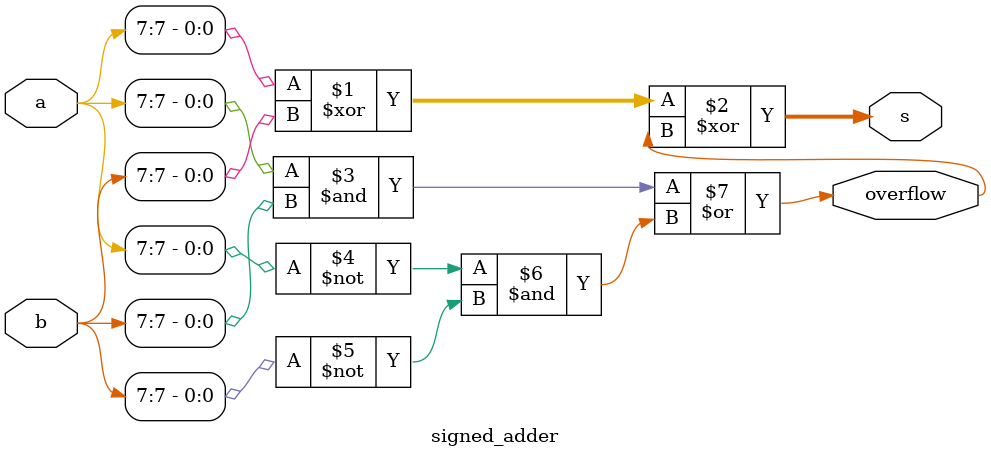
<source format=v>

module signed_adder(input [7:0] a,
    input [7:0] b,
    output [7:0] s,
    output overflow
); 

// The numbers a and b are added to the output s. 
// assign the occurence of the signed overflow of a and b to the output overflow.
// a signed overflow occurs if the most significant bits of a and b are low and the most significant bit of s is high
// a signed overflow may also occur if the most significant bits of a and b are high and the most significant bit of s is low



assign s =a[7]^b[7]^overflow; // a and b are added or subtracted, depending on the value of the bit a[7] xor b[7]
assign overflow = (a[7]&b[7]) | ((~a[7])&(~b[7])); // a[7]%b[7] will give the sign of b[Mem[7]=1 for subtraction, requiring agreement of the most significant bit of a and b. For addition, b[7]%a[7] will give the same result, requiring agreement of the most significant bit of a and b.

endmodule

</source>
